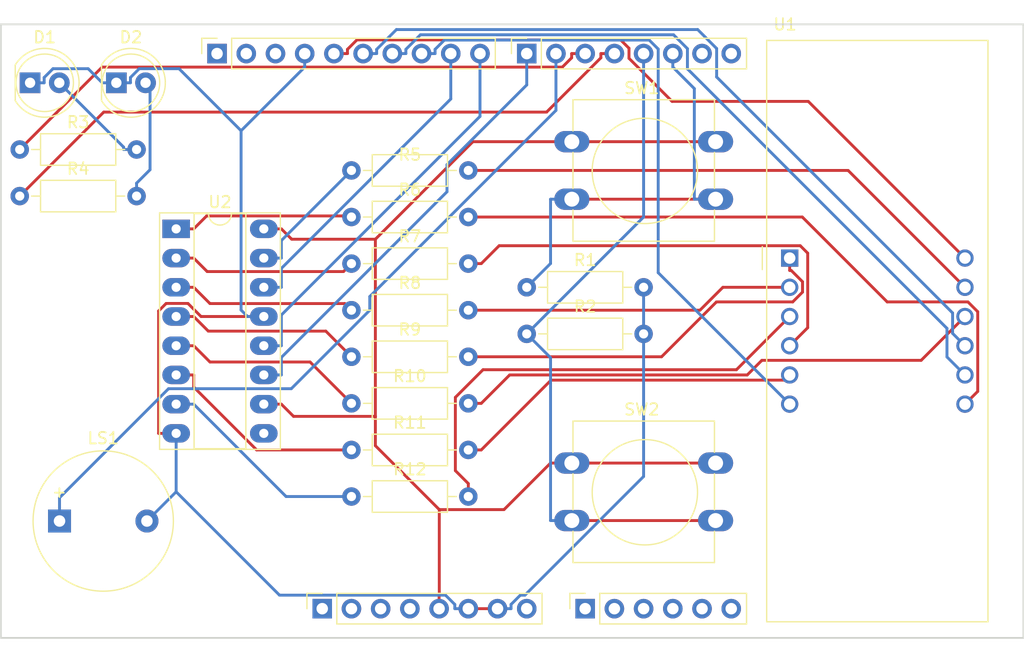
<source format=kicad_pcb>
(kicad_pcb (version 20221018) (generator pcbnew)
  (title_block (date "mar. 31 mars 2015"))
  (layers (0 "F.Cu" signal) (31 "B.Cu" signal) (34 "B.Paste" user) (35 "F.Paste" user) (36 "B.SilkS" user "B.Silkscreen") (37 "F.SilkS" user "F.Silkscreen") (38 "B.Mask" user) (39 "F.Mask" user) (44 "Edge.Cuts" user))
  (net 0 "")
  (net 1 "GND")
  (net 3 "+5V")
  (net 4 "/IOREF")
  (net 5 "/A0")
  (net 6 "/A1")
  (net 7 "/A2")
  (net 8 "/A3")
  (net 9 "/SDA{slash}A4")
  (net 10 "/SCL{slash}A5")
  (net 11 "Net-(D1-A)")
  (net 12 "Net-(D2-A)")
  (net 16 "Dig1")
  (net 17 "Dig2")
  (net 18 "Dig3")
  (net 19 "Dig4")
  (net 20 "DS")
  (net 21 "ST_CP")
  (net 22 "SH_CP")
  (net 23 "/TX{slash}1")
  (net 24 "Buzzer")
  (net 25 "/RX{slash}0")
  (net 26 "+3V3")
  (net 27 "VCC")
  (net 28 "/~{RESET}")
  (net 29 "RED_LED")
  (net 30 "GREEN_LED")
  (net 31 "Button_2")
  (net 32 "Button_1")
  (net 33 "a")
  (net 34 "Net-(U1-a)")
  (net 35 "b")
  (net 36 "Net-(U1-b)")
  (net 37 "c")
  (net 38 "Net-(U1-c)")
  (net 39 "d")
  (net 40 "Net-(U1-d)")
  (net 41 "e")
  (net 42 "Net-(U1-e)")
  (net 43 "f")
  (net 44 "Net-(U1-f)")
  (net 45 "g")
  (net 46 "Net-(U1-g)")
  (net 47 "dp")
  (net 48 "Net-(U1-DPX)")
  (footprint "Connector_PinSocket_2.54mm:PinSocket_1x08_P2.54mm_Vertical" (layer "F.Cu") (at 127.94 97.46 90)
    (fp_text reference "J1" hide)
    (fp_text value "Power")
    (fp_line (start -1.33 1.27) (end -1.33 19.11) (stroke (width 0.12)) (layer "F.SilkS"))
    (fp_line (start -1.33 1.27) (end 1.33 1.27) (stroke (width 0.12)) (layer "F.SilkS"))
    (fp_line (start -1.33 19.11) (end 1.33 19.11) (stroke (width 0.12)) (layer "F.SilkS"))
    (fp_line (start 0 -1.33) (end 1.33 -1.33) (stroke (width 0.12)) (layer "F.SilkS"))
    (fp_line (start 1.33 -1.33) (end 1.33 0) (stroke (width 0.12)) (layer "F.SilkS"))
    (fp_line (start 1.33 1.27) (end 1.33 19.11) (stroke (width 0.12)) (layer "F.SilkS"))
    (pad "1" thru_hole rect locked (at 0 0 90) (size 1.7 1.7) (drill 1) (layers "*.Cu" "*.Mask"))
    (pad "2" thru_hole oval locked (at 0 2.54 90) (size 1.7 1.7) (drill 1) (layers "*.Cu" "*.Mask") (net 4 "/IOREF"))
    (pad "3" thru_hole oval locked (at 0 5.08 90) (size 1.7 1.7) (drill 1) (layers "*.Cu" "*.Mask") (net 28 "/~{RESET}"))
    (pad "4" thru_hole oval locked (at 0 7.62 90) (size 1.7 1.7) (drill 1) (layers "*.Cu" "*.Mask") (net 26 "+3V3"))
    (pad "5" thru_hole oval locked (at 0 10.16 90) (size 1.7 1.7) (drill 1) (layers "*.Cu" "*.Mask") (net 3 "+5V"))
    (pad "6" thru_hole oval locked (at 0 12.7 90) (size 1.7 1.7) (drill 1) (layers "*.Cu" "*.Mask") (net 1 "GND"))
    (pad "7" thru_hole oval locked (at 0 15.24 90) (size 1.7 1.7) (drill 1) (layers "*.Cu" "*.Mask") (net 1 "GND"))
    (pad "8" thru_hole oval locked (at 0 17.78 90) (size 1.7 1.7) (drill 1) (layers "*.Cu" "*.Mask") (net 27 "VCC"))
  )
  (footprint "Connector_PinSocket_2.54mm:PinSocket_1x06_P2.54mm_Vertical" (layer "F.Cu") (at 150.8 97.46 90)
    (fp_text reference "J3" hide)
    (fp_text value "Analog")
    (fp_line (start -1.33 1.27) (end -1.33 14.03) (stroke (width 0.12)) (layer "F.SilkS"))
    (fp_line (start -1.33 1.27) (end 1.33 1.27) (stroke (width 0.12)) (layer "F.SilkS"))
    (fp_line (start -1.33 14.03) (end 1.33 14.03) (stroke (width 0.12)) (layer "F.SilkS"))
    (fp_line (start 0 -1.33) (end 1.33 -1.33) (stroke (width 0.12)) (layer "F.SilkS"))
    (fp_line (start 1.33 -1.33) (end 1.33 0) (stroke (width 0.12)) (layer "F.SilkS"))
    (fp_line (start 1.33 1.27) (end 1.33 14.03) (stroke (width 0.12)) (layer "F.SilkS"))
    (pad "1" thru_hole rect locked (at 0 0 90) (size 1.7 1.7) (drill 1) (layers "*.Cu" "*.Mask") (net 5 "/A0"))
    (pad "2" thru_hole oval locked (at 0 2.54 90) (size 1.7 1.7) (drill 1) (layers "*.Cu" "*.Mask") (net 6 "/A1"))
    (pad "3" thru_hole oval locked (at 0 5.08 90) (size 1.7 1.7) (drill 1) (layers "*.Cu" "*.Mask") (net 7 "/A2"))
    (pad "4" thru_hole oval locked (at 0 7.62 90) (size 1.7 1.7) (drill 1) (layers "*.Cu" "*.Mask") (net 8 "/A3"))
    (pad "5" thru_hole oval locked (at 0 10.16 90) (size 1.7 1.7) (drill 1) (layers "*.Cu" "*.Mask") (net 9 "/SDA{slash}A4"))
    (pad "6" thru_hole oval locked (at 0 12.7 90) (size 1.7 1.7) (drill 1) (layers "*.Cu" "*.Mask") (net 10 "/SCL{slash}A5"))
  )
  (footprint "Connector_PinSocket_2.54mm:PinSocket_1x10_P2.54mm_Vertical" (layer "F.Cu") (at 118.796 49.2 90)
    (fp_text reference "J2" hide)
    (fp_text value "Digital/PWM")
    (fp_line (start -1.33 1.27) (end -1.33 24.19) (stroke (width 0.12)) (layer "F.SilkS"))
    (fp_line (start -1.33 1.27) (end 1.33 1.27) (stroke (width 0.12)) (layer "F.SilkS"))
    (fp_line (start -1.33 24.19) (end 1.33 24.19) (stroke (width 0.12)) (layer "F.SilkS"))
    (fp_line (start 0 -1.33) (end 1.33 -1.33) (stroke (width 0.12)) (layer "F.SilkS"))
    (fp_line (start 1.33 -1.33) (end 1.33 0) (stroke (width 0.12)) (layer "F.SilkS"))
    (fp_line (start 1.33 1.27) (end 1.33 24.19) (stroke (width 0.12)) (layer "F.SilkS"))
    (pad "1" thru_hole rect locked (at 0 0 90) (size 1.7 1.7) (drill 1) (layers "*.Cu" "*.Mask"))
    (pad "2" thru_hole oval locked (at 0 2.54 90) (size 1.7 1.7) (drill 1) (layers "*.Cu" "*.Mask"))
    (pad "3" thru_hole oval locked (at 0 5.08 90) (size 1.7 1.7) (drill 1) (layers "*.Cu" "*.Mask"))
    (pad "4" thru_hole oval locked (at 0 7.62 90) (size 1.7 1.7) (drill 1) (layers "*.Cu" "*.Mask") (net 1 "GND"))
    (pad "5" thru_hole oval locked (at 0 10.16 90) (size 1.7 1.7) (drill 1) (layers "*.Cu" "*.Mask") (net 16 "Dig1"))
    (pad "6" thru_hole oval locked (at 0 12.7 90) (size 1.7 1.7) (drill 1) (layers "*.Cu" "*.Mask") (net 17 "Dig2"))
    (pad "7" thru_hole oval locked (at 0 15.24 90) (size 1.7 1.7) (drill 1) (layers "*.Cu" "*.Mask") (net 18 "Dig3"))
    (pad "8" thru_hole oval locked (at 0 17.78 90) (size 1.7 1.7) (drill 1) (layers "*.Cu" "*.Mask") (net 19 "Dig4"))
    (pad "9" thru_hole oval locked (at 0 20.32 90) (size 1.7 1.7) (drill 1) (layers "*.Cu" "*.Mask") (net 20 "DS"))
    (pad "10" thru_hole oval locked (at 0 22.86 90) (size 1.7 1.7) (drill 1) (layers "*.Cu" "*.Mask") (net 21 "ST_CP"))
  )
  (footprint "Connector_PinSocket_2.54mm:PinSocket_1x08_P2.54mm_Vertical" (layer "F.Cu") (at 145.72 49.2 90)
    (fp_text reference "J4" hide)
    (fp_text value "Digital/PWM")
    (fp_line (start -1.33 1.27) (end -1.33 19.11) (stroke (width 0.12)) (layer "F.SilkS"))
    (fp_line (start -1.33 1.27) (end 1.33 1.27) (stroke (width 0.12)) (layer "F.SilkS"))
    (fp_line (start -1.33 19.11) (end 1.33 19.11) (stroke (width 0.12)) (layer "F.SilkS"))
    (fp_line (start 0 -1.33) (end 1.33 -1.33) (stroke (width 0.12)) (layer "F.SilkS"))
    (fp_line (start 1.33 -1.33) (end 1.33 0) (stroke (width 0.12)) (layer "F.SilkS"))
    (fp_line (start 1.33 1.27) (end 1.33 19.11) (stroke (width 0.12)) (layer "F.SilkS"))
    (pad "1" thru_hole rect locked (at 0 0 90) (size 1.7 1.7) (drill 1) (layers "*.Cu" "*.Mask") (net 22 "SH_CP"))
    (pad "2" thru_hole oval locked (at 0 2.54 90) (size 1.7 1.7) (drill 1) (layers "*.Cu" "*.Mask") (net 24 "Buzzer"))
    (pad "3" thru_hole oval locked (at 0 5.08 90) (size 1.7 1.7) (drill 1) (layers "*.Cu" "*.Mask") (net 29 "RED_LED"))
    (pad "4" thru_hole oval locked (at 0 7.62 90) (size 1.7 1.7) (drill 1) (layers "*.Cu" "*.Mask") (net 30 "GREEN_LED"))
    (pad "5" thru_hole oval locked (at 0 10.16 90) (size 1.7 1.7) (drill 1) (layers "*.Cu" "*.Mask") (net 31 "Button_2"))
    (pad "6" thru_hole oval locked (at 0 12.7 90) (size 1.7 1.7) (drill 1) (layers "*.Cu" "*.Mask") (net 32 "Button_1"))
    (pad "7" thru_hole oval locked (at 0 15.24 90) (size 1.7 1.7) (drill 1) (layers "*.Cu" "*.Mask") (net 23 "/TX{slash}1"))
    (pad "8" thru_hole oval locked (at 0 17.78 90) (size 1.7 1.7) (drill 1) (layers "*.Cu" "*.Mask") (net 25 "/RX{slash}0"))
  )
  (footprint "LED_THT:LED_D5.0mm" (layer "F.Cu") (at 110.04 51.74)
    (fp_text reference "D2" (at 1.27 -3.96) (layer "F.SilkS"))
    (fp_text value "LED")
    (fp_line (start -1.29 -1.545) (end -1.29 1.545) (stroke (width 0.12)) (layer "F.SilkS"))
    (fp_arc (start -1.29 -1.54483) (mid 2.072002 -2.880433) (end 4.26 0.000462) (stroke (width 0.12)) (layer "F.SilkS"))
    (fp_arc (start 4.26 -0.000462) (mid 2.072002 2.880433) (end -1.29 1.54483) (stroke (width 0.12)) (layer "F.SilkS"))
    (fp_circle (center 1.27 0) (end 3.77 0) (stroke (width 0.12)) (fill none) (layer "F.SilkS"))
    (pad "1" thru_hole rect (at 0 0) (size 1.8 1.8) (drill 0.9) (layers "*.Cu" "*.Mask") (net 1 "GND"))
    (pad "2" thru_hole circle (at 2.54 0) (size 1.8 1.8) (drill 0.9) (layers "*.Cu" "*.Mask") (net 12 "Net-(D2-A)"))
  )
  (footprint "Package_DIP:DIP-16_W7.62mm_Socket_LongPads" (layer "F.Cu") (at 115.24 64.44)
    (fp_text reference "U2" (at 3.81 -2.33) (layer "F.SilkS"))
    (fp_text value "74HC595")
    (fp_line (start -1.44 -1.39) (end -1.44 19.17) (stroke (width 0.12)) (layer "F.SilkS"))
    (fp_line (start -1.44 19.17) (end 9.06 19.17) (stroke (width 0.12)) (layer "F.SilkS"))
    (fp_line (start 1.56 -1.33) (end 1.56 19.11) (stroke (width 0.12)) (layer "F.SilkS"))
    (fp_line (start 1.56 19.11) (end 6.06 19.11) (stroke (width 0.12)) (layer "F.SilkS"))
    (fp_line (start 2.81 -1.33) (end 1.56 -1.33) (stroke (width 0.12)) (layer "F.SilkS"))
    (fp_line (start 6.06 -1.33) (end 4.81 -1.33) (stroke (width 0.12)) (layer "F.SilkS"))
    (fp_line (start 6.06 19.11) (end 6.06 -1.33) (stroke (width 0.12)) (layer "F.SilkS"))
    (fp_line (start 9.06 -1.39) (end -1.44 -1.39) (stroke (width 0.12)) (layer "F.SilkS"))
    (fp_line (start 9.06 19.17) (end 9.06 -1.39) (stroke (width 0.12)) (layer "F.SilkS"))
    (fp_arc (start 4.81 -1.33) (mid 3.81 -0.33) (end 2.81 -1.33) (stroke (width 0.12)) (layer "F.SilkS"))
    (pad "1" thru_hole rect (at 0 0) (size 2.4 1.6) (drill 0.8) (layers "*.Cu" "*.Mask") (net 35 "b"))
    (pad "2" thru_hole oval (at 0 2.54) (size 2.4 1.6) (drill 0.8) (layers "*.Cu" "*.Mask") (net 37 "c"))
    (pad "3" thru_hole oval (at 0 5.08) (size 2.4 1.6) (drill 0.8) (layers "*.Cu" "*.Mask") (net 39 "d"))
    (pad "4" thru_hole oval (at 0 7.62) (size 2.4 1.6) (drill 0.8) (layers "*.Cu" "*.Mask") (net 41 "e"))
    (pad "5" thru_hole oval (at 0 10.16) (size 2.4 1.6) (drill 0.8) (layers "*.Cu" "*.Mask") (net 43 "f"))
    (pad "6" thru_hole oval (at 0 12.7) (size 2.4 1.6) (drill 0.8) (layers "*.Cu" "*.Mask") (net 45 "g"))
    (pad "7" thru_hole oval (at 0 15.24) (size 2.4 1.6) (drill 0.8) (layers "*.Cu" "*.Mask") (net 47 "dp"))
    (pad "8" thru_hole oval (at 0 17.78) (size 2.4 1.6) (drill 0.8) (layers "*.Cu" "*.Mask") (net 1 "GND"))
    (pad "9" thru_hole oval (at 7.62 17.78) (size 2.4 1.6) (drill 0.8) (layers "*.Cu" "*.Mask"))
    (pad "10" thru_hole oval (at 7.62 15.24) (size 2.4 1.6) (drill 0.8) (layers "*.Cu" "*.Mask") (net 3 "+5V"))
    (pad "11" thru_hole oval (at 7.62 12.7) (size 2.4 1.6) (drill 0.8) (layers "*.Cu" "*.Mask") (net 22 "SH_CP"))
    (pad "12" thru_hole oval (at 7.62 10.16) (size 2.4 1.6) (drill 0.8) (layers "*.Cu" "*.Mask") (net 21 "ST_CP"))
    (pad "13" thru_hole oval (at 7.62 7.62) (size 2.4 1.6) (drill 0.8) (layers "*.Cu" "*.Mask") (net 1 "GND"))
    (pad "14" thru_hole oval (at 7.62 5.08) (size 2.4 1.6) (drill 0.8) (layers "*.Cu" "*.Mask") (net 20 "DS"))
    (pad "15" thru_hole oval (at 7.62 2.54) (size 2.4 1.6) (drill 0.8) (layers "*.Cu" "*.Mask") (net 33 "a"))
    (pad "16" thru_hole oval (at 7.62 0) (size 2.4 1.6) (drill 0.8) (layers "*.Cu" "*.Mask") (net 3 "+5V"))
  )
  (footprint "Resistor_THT:R_Axial_DIN0207_L6.3mm_D2.5mm_P10.16mm_Horizontal" (layer "F.Cu") (at 130.48 71.51)
    (fp_text reference "R8" (at 5.08 -2.37) (layer "F.SilkS"))
    (fp_text value "100")
    (fp_line (start 1.04 0) (end 1.81 0) (stroke (width 0.12)) (layer "F.SilkS"))
    (fp_line (start 1.81 -1.37) (end 1.81 1.37) (stroke (width 0.12)) (layer "F.SilkS"))
    (fp_line (start 1.81 1.37) (end 8.35 1.37) (stroke (width 0.12)) (layer "F.SilkS"))
    (fp_line (start 8.35 -1.37) (end 1.81 -1.37) (stroke (width 0.12)) (layer "F.SilkS"))
    (fp_line (start 8.35 1.37) (end 8.35 -1.37) (stroke (width 0.12)) (layer "F.SilkS"))
    (fp_line (start 9.12 0) (end 8.35 0) (stroke (width 0.12)) (layer "F.SilkS"))
    (pad "1" thru_hole circle (at 0 0) (size 1.6 1.6) (drill 0.8) (layers "*.Cu" "*.Mask") (net 39 "d"))
    (pad "2" thru_hole oval (at 10.16 0) (size 1.6 1.6) (drill 0.8) (layers "*.Cu" "*.Mask") (net 40 "Net-(U1-d)"))
  )
  (footprint "Resistor_THT:R_Axial_DIN0207_L6.3mm_D2.5mm_P10.16mm_Horizontal" (layer "F.Cu") (at 130.48 59.36)
    (fp_text reference "R5" (at 5.08 -1.37) (layer "F.SilkS"))
    (fp_text value "100")
    (fp_line (start 1.04 0) (end 1.81 0) (stroke (width 0.12)) (layer "F.SilkS"))
    (fp_line (start 1.81 -1.37) (end 1.81 1.37) (stroke (width 0.12)) (layer "F.SilkS"))
    (fp_line (start 1.81 1.37) (end 8.35 1.37) (stroke (width 0.12)) (layer "F.SilkS"))
    (fp_line (start 8.35 -1.37) (end 1.81 -1.37) (stroke (width 0.12)) (layer "F.SilkS"))
    (fp_line (start 8.35 1.37) (end 8.35 -1.37) (stroke (width 0.12)) (layer "F.SilkS"))
    (fp_line (start 9.12 0) (end 8.35 0) (stroke (width 0.12)) (layer "F.SilkS"))
    (pad "1" thru_hole circle (at 0 0) (size 1.6 1.6) (drill 0.8) (layers "*.Cu" "*.Mask") (net 33 "a"))
    (pad "2" thru_hole oval (at 10.16 0) (size 1.6 1.6) (drill 0.8) (layers "*.Cu" "*.Mask") (net 34 "Net-(U1-a)"))
  )
  (footprint "LED_THT:LED_D5.0mm" (layer "F.Cu") (at 102.54 51.74)
    (fp_text reference "D1" (at 1.27 -3.96) (layer "F.SilkS"))
    (fp_text value "LED")
    (fp_line (start -1.29 -1.545) (end -1.29 1.545) (stroke (width 0.12)) (layer "F.SilkS"))
    (fp_arc (start -1.29 -1.54483) (mid 2.072002 -2.880433) (end 4.26 0.000462) (stroke (width 0.12)) (layer "F.SilkS"))
    (fp_arc (start 4.26 -0.000462) (mid 2.072002 2.880433) (end -1.29 1.54483) (stroke (width 0.12)) (layer "F.SilkS"))
    (fp_circle (center 1.27 0) (end 3.77 0) (stroke (width 0.12)) (fill none) (layer "F.SilkS"))
    (pad "1" thru_hole rect (at 0 0) (size 1.8 1.8) (drill 0.9) (layers "*.Cu" "*.Mask") (net 1 "GND"))
    (pad "2" thru_hole circle (at 2.54 0) (size 1.8 1.8) (drill 0.9) (layers "*.Cu" "*.Mask") (net 11 "Net-(D1-A)"))
  )
  (footprint "Resistor_THT:R_Axial_DIN0207_L6.3mm_D2.5mm_P10.16mm_Horizontal" (layer "F.Cu") (at 145.72 69.52)
    (fp_text reference "R1" (at 5.08 -2.37) (layer "F.SilkS"))
    (fp_text value "10k")
    (fp_line (start 1.04 0) (end 1.81 0) (stroke (width 0.12)) (layer "F.SilkS"))
    (fp_line (start 1.81 -1.37) (end 1.81 1.37) (stroke (width 0.12)) (layer "F.SilkS"))
    (fp_line (start 1.81 1.37) (end 8.35 1.37) (stroke (width 0.12)) (layer "F.SilkS"))
    (fp_line (start 8.35 -1.37) (end 1.81 -1.37) (stroke (width 0.12)) (layer "F.SilkS"))
    (fp_line (start 8.35 1.37) (end 8.35 -1.37) (stroke (width 0.12)) (layer "F.SilkS"))
    (fp_line (start 9.12 0) (end 8.35 0) (stroke (width 0.12)) (layer "F.SilkS"))
    (pad "1" thru_hole circle (at 0 0) (size 1.6 1.6) (drill 0.8) (layers "*.Cu" "*.Mask") (net 32 "Button_1"))
    (pad "2" thru_hole oval (at 10.16 0) (size 1.6 1.6) (drill 0.8) (layers "*.Cu" "*.Mask") (net 1 "GND"))
  )
  (footprint "Buzzer_Beeper:Buzzer_12x9.5RM7.6" (layer "F.Cu") (at 105.1 89.84)
    (fp_text reference "LS1" (at 3.8 -7.2) (layer "F.SilkS"))
    (fp_text value "Speaker")
    (fp_text user "+" (at -0.01 -2.54) (layer "F.SilkS"))
    (fp_circle (center 3.8 0) (end 9.9 0) (stroke (width 0.12)) (fill none) (layer "F.SilkS"))
    (pad "1" thru_hole rect (at 0 0) (size 2 2) (drill 1) (layers "*.Cu" "*.Mask") (net 24 "Buzzer"))
    (pad "2" thru_hole circle (at 7.6 0) (size 2 2) (drill 1) (layers "*.Cu" "*.Mask") (net 1 "GND"))
  )
  (footprint "Resistor_THT:R_Axial_DIN0207_L6.3mm_D2.5mm_P10.16mm_Horizontal" (layer "F.Cu") (at 145.72 73.57)
    (fp_text reference "R2" (at 5.08 -2.37) (layer "F.SilkS"))
    (fp_text value "10k")
    (fp_line (start 1.04 0) (end 1.81 0) (stroke (width 0.12)) (layer "F.SilkS"))
    (fp_line (start 1.81 -1.37) (end 1.81 1.37) (stroke (width 0.12)) (layer "F.SilkS"))
    (fp_line (start 1.81 1.37) (end 8.35 1.37) (stroke (width 0.12)) (layer "F.SilkS"))
    (fp_line (start 8.35 -1.37) (end 1.81 -1.37) (stroke (width 0.12)) (layer "F.SilkS"))
    (fp_line (start 8.35 1.37) (end 8.35 -1.37) (stroke (width 0.12)) (layer "F.SilkS"))
    (fp_line (start 9.12 0) (end 8.35 0) (stroke (width 0.12)) (layer "F.SilkS"))
    (pad "1" thru_hole circle (at 0 0) (size 1.6 1.6) (drill 0.8) (layers "*.Cu" "*.Mask") (net 31 "Button_2"))
    (pad "2" thru_hole oval (at 10.16 0) (size 1.6 1.6) (drill 0.8) (layers "*.Cu" "*.Mask") (net 1 "GND"))
  )
  (footprint "Button_Switch_THT:SW_PUSH-12mm" (layer "F.Cu") (at 149.64 56.86)
    (fp_text reference "SW1" (at 6.08 -4.66) (layer "F.SilkS"))
    (fp_text value "SW_Push")
    (fp_line (start 0.1 -3.65) (end 12.4 -3.65) (stroke (width 0.12)) (layer "F.SilkS"))
    (fp_line (start 0.1 -0.93) (end 0.1 -3.65) (stroke (width 0.12)) (layer "F.SilkS"))
    (fp_line (start 0.1 4.07) (end 0.1 0.93) (stroke (width 0.12)) (layer "F.SilkS"))
    (fp_line (start 0.1 8.65) (end 0.1 5.93) (stroke (width 0.12)) (layer "F.SilkS"))
    (fp_line (start 12.4 -3.65) (end 12.4 -0.93) (stroke (width 0.12)) (layer "F.SilkS"))
    (fp_line (start 12.4 0.93) (end 12.4 4.07) (stroke (width 0.12)) (layer "F.SilkS"))
    (fp_line (start 12.4 5.93) (end 12.4 8.65) (stroke (width 0.12)) (layer "F.SilkS"))
    (fp_line (start 12.4 8.65) (end 0.1 8.65) (stroke (width 0.12)) (layer "F.SilkS"))
    (fp_circle (center 6.35 2.54) (end 10.16 5.08) (stroke (width 0.12)) (fill none) (layer "F.SilkS"))
    (pad "1" thru_hole oval (at 0 0) (size 3.048 1.85) (drill 1.3) (layers "*.Cu" "*.Mask") (net 3 "+5V"))
    (pad "1" thru_hole oval (at 12.5 0) (size 3.048 1.85) (drill 1.3) (layers "*.Cu" "*.Mask") (net 3 "+5V"))
    (pad "2" thru_hole oval (at 0 5) (size 3.048 1.85) (drill 1.3) (layers "*.Cu" "*.Mask") (net 32 "Button_1"))
    (pad "2" thru_hole oval (at 12.5 5) (size 3.048 1.85) (drill 1.3) (layers "*.Cu" "*.Mask") (net 32 "Button_1"))
  )
  (footprint "Button_Switch_THT:SW_PUSH-12mm" (layer "F.Cu") (at 149.64 84.8)
    (fp_text reference "SW2" (at 6.08 -4.66) (layer "F.SilkS"))
    (fp_text value "SW_Push")
    (fp_line (start 0.1 -3.65) (end 12.4 -3.65) (stroke (width 0.12)) (layer "F.SilkS"))
    (fp_line (start 0.1 -0.93) (end 0.1 -3.65) (stroke (width 0.12)) (layer "F.SilkS"))
    (fp_line (start 0.1 4.07) (end 0.1 0.93) (stroke (width 0.12)) (layer "F.SilkS"))
    (fp_line (start 0.1 8.65) (end 0.1 5.93) (stroke (width 0.12)) (layer "F.SilkS"))
    (fp_line (start 12.4 -3.65) (end 12.4 -0.93) (stroke (width 0.12)) (layer "F.SilkS"))
    (fp_line (start 12.4 0.93) (end 12.4 4.07) (stroke (width 0.12)) (layer "F.SilkS"))
    (fp_line (start 12.4 5.93) (end 12.4 8.65) (stroke (width 0.12)) (layer "F.SilkS"))
    (fp_line (start 12.4 8.65) (end 0.1 8.65) (stroke (width 0.12)) (layer "F.SilkS"))
    (fp_circle (center 6.35 2.54) (end 10.16 5.08) (stroke (width 0.12)) (fill none) (layer "F.SilkS"))
    (pad "1" thru_hole oval (at 0 0) (size 3.048 1.85) (drill 1.3) (layers "*.Cu" "*.Mask") (net 3 "+5V"))
    (pad "1" thru_hole oval (at 12.5 0) (size 3.048 1.85) (drill 1.3) (layers "*.Cu" "*.Mask") (net 3 "+5V"))
    (pad "2" thru_hole oval (at 0 5) (size 3.048 1.85) (drill 1.3) (layers "*.Cu" "*.Mask") (net 31 "Button_2"))
    (pad "2" thru_hole oval (at 12.5 5) (size 3.048 1.85) (drill 1.3) (layers "*.Cu" "*.Mask") (net 31 "Button_2"))
  )
  (footprint "Display_7Segment:CA56-12EWA" (layer "F.Cu") (at 168.58 66.98)
    (fp_text reference "U1" (at -0.4 -20.31) (layer "F.SilkS"))
    (fp_text value "CA56-12EWA")
    (fp_line (start -2.38 -1) (end -2.38 1) (stroke (width 0.12)) (layer "F.SilkS"))
    (fp_line (start -2 -18.92) (end -2 31.62) (stroke (width 0.12)) (layer "F.SilkS"))
    (fp_line (start -2 -18.92) (end 17.24 -18.92) (stroke (width 0.12)) (layer "F.SilkS"))
    (fp_line (start -2 31.62) (end 17.24 31.62) (stroke (width 0.12)) (layer "F.SilkS"))
    (fp_line (start 17.24 31.62) (end 17.24 -18.92) (stroke (width 0.12)) (layer "F.SilkS"))
    (pad "1" thru_hole rect (at 0 0) (size 1.5 1.5) (drill 1) (layers "*.Cu" "*.Mask") (net 42 "Net-(U1-e)"))
    (pad "2" thru_hole circle (at 0 2.54) (size 1.5 1.5) (drill 1) (layers "*.Cu" "*.Mask") (net 40 "Net-(U1-d)"))
    (pad "3" thru_hole circle (at 0 5.08) (size 1.5 1.5) (drill 1) (layers "*.Cu" "*.Mask") (net 48 "Net-(U1-DPX)"))
    (pad "4" thru_hole circle (at 0 7.62) (size 1.5 1.5) (drill 1) (layers "*.Cu" "*.Mask") (net 38 "Net-(U1-c)"))
    (pad "5" thru_hole circle (at 0 10.16) (size 1.5 1.5) (drill 1) (layers "*.Cu" "*.Mask") (net 46 "Net-(U1-g)"))
    (pad "6" thru_hole circle (at 0 12.7) (size 1.5 1.5) (drill 1) (layers "*.Cu" "*.Mask") (net 19 "Dig4"))
    (pad "7" thru_hole circle (at 15.24 12.7) (size 1.5 1.5) (drill 1) (layers "*.Cu" "*.Mask") (net 36 "Net-(U1-b)"))
    (pad "8" thru_hole circle (at 15.24 10.16) (size 1.5 1.5) (drill 1) (layers "*.Cu" "*.Mask") (net 18 "Dig3"))
    (pad "9" thru_hole circle (at 15.24 7.62) (size 1.5 1.5) (drill 1) (layers "*.Cu" "*.Mask") (net 17 "Dig2"))
    (pad "10" thru_hole circle (at 15.24 5.08) (size 1.5 1.5) (drill 1) (layers "*.Cu" "*.Mask") (net 44 "Net-(U1-f)"))
    (pad "11" thru_hole circle (at 15.24 2.54) (size 1.5 1.5) (drill 1) (layers "*.Cu" "*.Mask") (net 34 "Net-(U1-a)"))
    (pad "12" thru_hole circle (at 15.24 0) (size 1.5 1.5) (drill 1) (layers "*.Cu" "*.Mask") (net 16 "Dig1"))
  )
  (footprint "Resistor_THT:R_Axial_DIN0207_L6.3mm_D2.5mm_P10.16mm_Horizontal" (layer "F.Cu") (at 130.48 87.71)
    (fp_text reference "R12" (at 5.08 -2.37) (layer "F.SilkS"))
    (fp_text value "100")
    (fp_line (start 1.04 0) (end 1.81 0) (stroke (width 0.12)) (layer "F.SilkS"))
    (fp_line (start 1.81 -1.37) (end 1.81 1.37) (stroke (width 0.12)) (layer "F.SilkS"))
    (fp_line (start 1.81 1.37) (end 8.35 1.37) (stroke (width 0.12)) (layer "F.SilkS"))
    (fp_line (start 8.35 -1.37) (end 1.81 -1.37) (stroke (width 0.12)) (layer "F.SilkS"))
    (fp_line (start 8.35 1.37) (end 8.35 -1.37) (stroke (width 0.12)) (layer "F.SilkS"))
    (fp_line (start 9.12 0) (end 8.35 0) (stroke (width 0.12)) (layer "F.SilkS"))
    (pad "1" thru_hole circle (at 0 0) (size 1.6 1.6) (drill 0.8) (layers "*.Cu" "*.Mask") (net 47 "dp"))
    (pad "2" thru_hole oval (at 10.16 0) (size 1.6 1.6) (drill 0.8) (layers "*.Cu" "*.Mask") (net 48 "Net-(U1-DPX)"))
  )
  (footprint "Resistor_THT:R_Axial_DIN0207_L6.3mm_D2.5mm_P10.16mm_Horizontal" (layer "F.Cu") (at 130.48 79.61)
    (fp_text reference "R10" (at 5.08 -2.37) (layer "F.SilkS"))
    (fp_text value "100")
    (fp_line (start 1.04 0) (end 1.81 0) (stroke (width 0.12)) (layer "F.SilkS"))
    (fp_line (start 1.81 -1.37) (end 1.81 1.37) (stroke (width 0.12)) (layer "F.SilkS"))
    (fp_line (start 1.81 1.37) (end 8.35 1.37) (stroke (width 0.12)) (layer "F.SilkS"))
    (fp_line (start 8.35 -1.37) (end 1.81 -1.37) (stroke (width 0.12)) (layer "F.SilkS"))
    (fp_line (start 8.35 1.37) (end 8.35 -1.37) (stroke (width 0.12)) (layer "F.SilkS"))
    (fp_line (start 9.12 0) (end 8.35 0) (stroke (width 0.12)) (layer "F.SilkS"))
    (pad "1" thru_hole circle (at 0 0) (size 1.6 1.6) (drill 0.8) (layers "*.Cu" "*.Mask") (net 43 "f"))
    (pad "2" thru_hole oval (at 10.16 0) (size 1.6 1.6) (drill 0.8) (layers "*.Cu" "*.Mask") (net 44 "Net-(U1-f)"))
  )
  (footprint "Resistor_THT:R_Axial_DIN0207_L6.3mm_D2.5mm_P10.16mm_Horizontal" (layer "F.Cu") (at 130.48 75.56)
    (fp_text reference "R9" (at 5.08 -2.37) (layer "F.SilkS"))
    (fp_text value "100")
    (fp_line (start 1.04 0) (end 1.81 0) (stroke (width 0.12)) (layer "F.SilkS"))
    (fp_line (start 1.81 -1.37) (end 1.81 1.37) (stroke (width 0.12)) (layer "F.SilkS"))
    (fp_line (start 1.81 1.37) (end 8.35 1.37) (stroke (width 0.12)) (layer "F.SilkS"))
    (fp_line (start 8.35 -1.37) (end 1.81 -1.37) (stroke (width 0.12)) (layer "F.SilkS"))
    (fp_line (start 8.35 1.37) (end 8.35 -1.37) (stroke (width 0.12)) (layer "F.SilkS"))
    (fp_line (start 9.12 0) (end 8.35 0) (stroke (width 0.12)) (layer "F.SilkS"))
    (pad "1" thru_hole circle (at 0 0) (size 1.6 1.6) (drill 0.8) (layers "*.Cu" "*.Mask") (net 41 "e"))
    (pad "2" thru_hole oval (at 10.16 0) (size 1.6 1.6) (drill 0.8) (layers "*.Cu" "*.Mask") (net 42 "Net-(U1-e)"))
  )
  (footprint "Resistor_THT:R_Axial_DIN0207_L6.3mm_D2.5mm_P10.16mm_Horizontal" (layer "F.Cu") (at 130.48 63.41)
    (fp_text reference "R6" (at 5.08 -2.37) (layer "F.SilkS"))
    (fp_text value "100")
    (fp_line (start 1.04 0) (end 1.81 0) (stroke (width 0.12)) (layer "F.SilkS"))
    (fp_line (start 1.81 -1.37) (end 1.81 1.37) (stroke (width 0.12)) (layer "F.SilkS"))
    (fp_line (start 1.81 1.37) (end 8.35 1.37) (stroke (width 0.12)) (layer "F.SilkS"))
    (fp_line (start 8.35 -1.37) (end 1.81 -1.37) (stroke (width 0.12)) (layer "F.SilkS"))
    (fp_line (start 8.35 1.37) (end 8.35 -1.37) (stroke (width 0.12)) (layer "F.SilkS"))
    (fp_line (start 9.12 0) (end 8.35 0) (stroke (width 0.12)) (layer "F.SilkS"))
    (pad "1" thru_hole circle (at 0 0) (size 1.6 1.6) (drill 0.8) (layers "*.Cu" "*.Mask") (net 35 "b"))
    (pad "2" thru_hole oval (at 10.16 0) (size 1.6 1.6) (drill 0.8) (layers "*.Cu" "*.Mask") (net 36 "Net-(U1-b)"))
  )
  (footprint "Resistor_THT:R_Axial_DIN0207_L6.3mm_D2.5mm_P10.16mm_Horizontal" (layer "F.Cu") (at 101.64 57.54)
    (fp_text reference "R3" (at 5.08 -2.37) (layer "F.SilkS"))
    (fp_text value "330")
    (fp_line (start 1.04 0) (end 1.81 0) (stroke (width 0.12)) (layer "F.SilkS"))
    (fp_line (start 1.81 -1.37) (end 1.81 1.37) (stroke (width 0.12)) (layer "F.SilkS"))
    (fp_line (start 1.81 1.37) (end 8.35 1.37) (stroke (width 0.12)) (layer "F.SilkS"))
    (fp_line (start 8.35 -1.37) (end 1.81 -1.37) (stroke (width 0.12)) (layer "F.SilkS"))
    (fp_line (start 8.35 1.37) (end 8.35 -1.37) (stroke (width 0.12)) (layer "F.SilkS"))
    (fp_line (start 9.12 0) (end 8.35 0) (stroke (width 0.12)) (layer "F.SilkS"))
    (pad "1" thru_hole circle (at 0 0) (size 1.6 1.6) (drill 0.8) (layers "*.Cu" "*.Mask") (net 29 "RED_LED"))
    (pad "2" thru_hole oval (at 10.16 0) (size 1.6 1.6) (drill 0.8) (layers "*.Cu" "*.Mask") (net 11 "Net-(D1-A)"))
  )
  (footprint "Resistor_THT:R_Axial_DIN0207_L6.3mm_D2.5mm_P10.16mm_Horizontal" (layer "F.Cu") (at 130.48 67.46)
    (fp_text reference "R7" (at 5.08 -2.37) (layer "F.SilkS"))
    (fp_text value "100")
    (fp_line (start 1.04 0) (end 1.81 0) (stroke (width 0.12)) (layer "F.SilkS"))
    (fp_line (start 1.81 -1.37) (end 1.81 1.37) (stroke (width 0.12)) (layer "F.SilkS"))
    (fp_line (start 1.81 1.37) (end 8.35 1.37) (stroke (width 0.12)) (layer "F.SilkS"))
    (fp_line (start 8.35 -1.37) (end 1.81 -1.37) (stroke (width 0.12)) (layer "F.SilkS"))
    (fp_line (start 8.35 1.37) (end 8.35 -1.37) (stroke (width 0.12)) (layer "F.SilkS"))
    (fp_line (start 9.12 0) (end 8.35 0) (stroke (width 0.12)) (layer "F.SilkS"))
    (pad "1" thru_hole circle (at 0 0) (size 1.6 1.6) (drill 0.8) (layers "*.Cu" "*.Mask") (net 37 "c"))
    (pad "2" thru_hole oval (at 10.16 0) (size 1.6 1.6) (drill 0.8) (layers "*.Cu" "*.Mask") (net 38 "Net-(U1-c)"))
  )
  (footprint "Resistor_THT:R_Axial_DIN0207_L6.3mm_D2.5mm_P10.16mm_Horizontal" (layer "F.Cu") (at 130.48 83.66)
    (fp_text reference "R11" (at 5.08 -2.37) (layer "F.SilkS"))
    (fp_text value "100")
    (fp_line (start 1.04 0) (end 1.81 0) (stroke (width 0.12)) (layer "F.SilkS"))
    (fp_line (start 1.81 -1.37) (end 1.81 1.37) (stroke (width 0.12)) (layer "F.SilkS"))
    (fp_line (start 1.81 1.37) (end 8.35 1.37) (stroke (width 0.12)) (layer "F.SilkS"))
    (fp_line (start 8.35 -1.37) (end 1.81 -1.37) (stroke (width 0.12)) (layer "F.SilkS"))
    (fp_line (start 8.35 1.37) (end 8.35 -1.37) (stroke (width 0.12)) (layer "F.SilkS"))
    (fp_line (start 9.12 0) (end 8.35 0) (stroke (width 0.12)) (layer "F.SilkS"))
    (pad "1" thru_hole circle (at 0 0) (size 1.6 1.6) (drill 0.8) (layers "*.Cu" "*.Mask") (net 45 "g"))
    (pad "2" thru_hole oval (at 10.16 0) (size 1.6 1.6) (drill 0.8) (layers "*.Cu" "*.Mask") (net 46 "Net-(U1-g)"))
  )
  (footprint "Resistor_THT:R_Axial_DIN0207_L6.3mm_D2.5mm_P10.16mm_Horizontal" (layer "F.Cu") (at 101.64 61.59)
    (fp_text reference "R4" (at 5.08 -2.37) (layer "F.SilkS"))
    (fp_text value "330")
    (fp_line (start 1.04 0) (end 1.81 0) (stroke (width 0.12)) (layer "F.SilkS"))
    (fp_line (start 1.81 -1.37) (end 1.81 1.37) (stroke (width 0.12)) (layer "F.SilkS"))
    (fp_line (start 1.81 1.37) (end 8.35 1.37) (stroke (width 0.12)) (layer "F.SilkS"))
    (fp_line (start 8.35 -1.37) (end 1.81 -1.37) (stroke (width 0.12)) (layer "F.SilkS"))
    (fp_line (start 8.35 1.37) (end 8.35 -1.37) (stroke (width 0.12)) (layer "F.SilkS"))
    (fp_line (start 9.12 0) (end 8.35 0) (stroke (width 0.12)) (layer "F.SilkS"))
    (pad "1" thru_hole circle (at 0 0) (size 1.6 1.6) (drill 0.8) (layers "*.Cu" "*.Mask") (net 30 "GREEN_LED"))
    (pad "2" thru_hole oval (at 10.16 0) (size 1.6 1.6) (drill 0.8) (layers "*.Cu" "*.Mask") (net 12 "Net-(D2-A)"))
  )
  (gr_rect (start 100 46.66) (end 188.9 100) (stroke (width 0.15)) (fill none) (layer "Edge.Cuts"))
  (segment (start 117.4022 72.06) (end 122.86 72.06) (width 0.25) (layer "F.Cu") (net 1))
  (segment (start 143.18 97.46) (end 140.64 97.46) (width 0.25) (layer "F.Cu") (net 1))
  (segment (start 116.2649 70.9227) (end 117.4022 72.06) (width 0.25) (layer "F.Cu") (net 1))
  (segment (start 113.7147 71.578) (end 114.37 70.9227) (width 0.25) (layer "F.Cu") (net 1))
  (segment (start 114.37 70.9227) (end 116.2649 70.9227) (width 0.25) (layer "F.Cu") (net 1))
  (segment (start 113.7147 82.22) (end 113.7147 71.578) (width 0.25) (layer "F.Cu") (net 1))
  (segment (start 115.24 82.22) (end 113.7147 82.22) (width 0.25) (layer "F.Cu") (net 1))
  (segment (start 102.54 51.74) (end 103.7653 51.74) (width 0.25) (layer "B.Cu") (net 1))
  (segment (start 126.416 50.3753) (end 120.8844 55.9069) (width 0.25) (layer "B.Cu") (net 1))
  (segment (start 155.88 85.9677) (end 155.88 73.57) (width 0.25) (layer "B.Cu") (net 1))
  (segment (start 126.416 49.2) (end 126.416 50.3753) (width 0.25) (layer "B.Cu") (net 1))
  (segment (start 120.8844 55.9069) (end 120.8844 71.4971) (width 0.25) (layer "B.Cu") (net 1))
  (segment (start 104.5311 50.5147) (end 107.5894 50.5147) (width 0.25) (layer "B.Cu") (net 1))
  (segment (start 139.4647 97.0926) (end 138.6568 96.2847) (width 0.25) (layer "B.Cu") (net 1))
  (segment (start 124.2247 96.2847) (end 115.24 87.3) (width 0.25) (layer "B.Cu") (net 1))
  (segment (start 144.3553 97.0926) (end 145.1632 96.2847) (width 0.25) (layer "B.Cu") (net 1))
  (segment (start 112.7 89.84) (end 115.24 87.3) (width 0.25) (layer "B.Cu") (net 1))
  (segment (start 122.86 72.06) (end 121.4473 72.06) (width 0.25) (layer "B.Cu") (net 1))
  (segment (start 111.2653 51.2804) (end 111.2653 51.74) (width 0.25) (layer "B.Cu") (net 1))
  (segment (start 143.18 97.46) (end 144.3553 97.46) (width 0.25) (layer "B.Cu") (net 1))
  (segment (start 115.24 87.3) (end 115.24 82.22) (width 0.25) (layer "B.Cu") (net 1))
  (segment (start 138.6568 96.2847) (end 124.2247 96.2847) (width 0.25) (layer "B.Cu") (net 1))
  (segment (start 155.88 73.57) (end 155.88 69.52) (width 0.25) (layer "B.Cu") (net 1))
  (segment (start 115.4922 50.5147) (end 112.031 50.5147) (width 0.25) (layer "B.Cu") (net 1))
  (segment (start 120.8844 71.4971) (end 121.4473 72.06) (width 0.25) (layer "B.Cu") (net 1))
  (segment (start 145.563 96.2847) (end 155.88 85.9677) (width 0.25) (layer "B.Cu") (net 1))
  (segment (start 107.5894 50.5147) (end 108.8147 51.74) (width 0.25) (layer "B.Cu") (net 1))
  (segment (start 145.1632 96.2847) (end 145.563 96.2847) (width 0.25) (layer "B.Cu") (net 1))
  (segment (start 140.64 97.46) (end 139.4647 97.46) (width 0.25) (layer "B.Cu") (net 1))
  (segment (start 110.04 51.74) (end 111.2653 51.74) (width 0.25) (layer "B.Cu") (net 1))
  (segment (start 112.031 50.5147) (end 111.2653 51.2804) (width 0.25) (layer "B.Cu") (net 1))
  (segment (start 120.8844 55.9069) (end 115.4922 50.5147) (width 0.25) (layer "B.Cu") (net 1))
  (segment (start 139.4647 97.46) (end 139.4647 97.0926) (width 0.25) (layer "B.Cu") (net 1))
  (segment (start 110.04 51.74) (end 108.8147 51.74) (width 0.25) (layer "B.Cu") (net 1))
  (segment (start 103.7653 51.74) (end 103.7653 51.2805) (width 0.25) (layer "B.Cu") (net 1))
  (segment (start 103.7653 51.2805) (end 104.5311 50.5147) (width 0.25) (layer "B.Cu") (net 1))
  (segment (start 144.3553 97.46) (end 144.3553 97.0926) (width 0.25) (layer "B.Cu") (net 1))
  (segment (start 132.5599 80.7409) (end 132.5599 65.3402) (width 0.25) (layer "F.Cu") (net 3))
  (segment (start 162.14 84.8) (end 149.64 84.8) (width 0.25) (layer "F.Cu") (net 3))
  (segment (start 138.1173 88.8479) (end 138.1173 96.2674) (width 0.25) (layer "F.Cu") (net 3))
  (segment (start 138.1 97.46) (end 138.1 96.2847) (width 0.25) (layer "F.Cu") (net 3))
  (segment (start 138.1173 96.2674) (end 138.1 96.2847) (width 0.25) (layer "F.Cu") (net 3))
  (segment (start 125.2855 65.3402) (end 124.3853 64.44) (width 0.25) (layer "F.Cu") (net 3))
  (segment (start 138.1173 88.8479) (end 143.7428 88.8479) (width 0.25) (layer "F.Cu") (net 3))
  (segment (start 124.3853 79.68) (end 125.4462 80.7409) (width 0.25) (layer "F.Cu") (net 3))
  (segment (start 122.86 64.44) (end 124.3853 64.44) (width 0.25) (layer "F.Cu") (net 3))
  (segment (start 132.5599 83.2905) (end 138.1173 88.8479) (width 0.25) (layer "F.Cu") (net 3))
  (segment (start 162.14 56.86) (end 149.64 56.86) (width 0.25) (layer "F.Cu") (net 3))
  (segment (start 122.86 79.68) (end 124.3853 79.68) (width 0.25) (layer "F.Cu") (net 3))
  (segment (start 149.64 84.8) (end 147.7907 84.8) (width 0.25) (layer "F.Cu") (net 3))
  (segment (start 132.5599 65.3402) (end 125.2855 65.3402) (width 0.25) (layer "F.Cu") (net 3))
  (segment (start 132.5599 80.7409) (end 132.5599 83.2905) (width 0.25) (layer "F.Cu") (net 3))
  (segment (start 149.64 56.86) (end 141.0401 56.86) (width 0.25) (layer "F.Cu") (net 3))
  (segment (start 143.7428 88.8479) (end 147.7907 84.8) (width 0.25) (layer "F.Cu") (net 3))
  (segment (start 125.4462 80.7409) (end 132.5599 80.7409) (width 0.25) (layer "F.Cu") (net 3))
  (segment (start 141.0401 56.86) (end 132.5599 65.3402) (width 0.25) (layer "F.Cu") (net 3))
  (segment (start 111.8 57.54) (end 110.6747 57.54) (width 0.25) (layer "B.Cu") (net 11))
  (segment (start 110.6747 57.3347) (end 105.08 51.74) (width 0.25) (layer "B.Cu") (net 11))
  (segment (start 110.6747 57.54) (end 110.6747 57.3347) (width 0.25) (layer "B.Cu") (net 11))
  (segment (start 111.8 61.59) (end 111.8 60.4647) (width 0.25) (layer "B.Cu") (net 12))
  (segment (start 112.9706 59.2941) (end 112.9706 52.1306) (width 0.25) (layer "B.Cu") (net 12))
  (segment (start 111.8 60.4647) (end 112.9706 59.2941) (width 0.25) (layer "B.Cu") (net 12))
  (segment (start 112.9706 52.1306) (end 112.58 51.74) (width 0.25) (layer "B.Cu") (net 12))
  (segment (start 128.956 49.2) (end 130.1313 49.2) (width 0.25) (layer "F.Cu") (net 16))
  (segment (start 130.1313 49.2) (end 130.1313 48.8327) (width 0.25) (layer "F.Cu") (net 16))
  (segment (start 130.1313 48.8327) (end 130.9532 48.0108) (width 0.25) (layer "F.Cu") (net 16))
  (segment (start 153.8829 48.0108) (end 154.61 48.7379) (width 0.25) (layer "F.Cu") (net 16))
  (segment (start 158.3559 53.3575) (end 170.1975 53.3575) (width 0.25) (layer "F.Cu") (net 16))
  (segment (start 154.61 49.6116) (end 158.3559 53.3575) (width 0.25) (layer "F.Cu") (net 16))
  (segment (start 130.9532 48.0108) (end 153.8829 48.0108) (width 0.25) (layer "F.Cu") (net 16))
  (segment (start 154.61 48.7379) (end 154.61 49.6116) (width 0.25) (layer "F.Cu") (net 16))
  (segment (start 170.1975 53.3575) (end 183.82 66.98) (width 0.25) (layer "F.Cu") (net 16))
  (segment (start 160.5823 47.1114) (end 134.3926 47.1114) (width 0.25) (layer "B.Cu") (net 17))
  (segment (start 182.7446 73.5246) (end 182.7446 71.7504) (width 0.25) (layer "B.Cu") (net 17))
  (segment (start 162.23 51.2358) (end 162.23 48.7591) (width 0.25) (layer "B.Cu") (net 17))
  (segment (start 162.23 48.7591) (end 160.5823 47.1114) (width 0.25) (layer "B.Cu") (net 17))
  (segment (start 131.496 49.2) (end 132.6713 49.2) (width 0.25) (layer "B.Cu") (net 17))
  (segment (start 132.6713 48.8327) (end 132.6713 49.2) (width 0.25) (layer "B.Cu") (net 17))
  (segment (start 134.3926 47.1114) (end 132.6713 48.8327) (width 0.25) (layer "B.Cu") (net 17))
  (segment (start 183.82 74.6) (end 182.7446 73.5246) (width 0.25) (layer "B.Cu") (net 17))
  (segment (start 182.7446 71.7504) (end 162.23 51.2358) (width 0.25) (layer "B.Cu") (net 17))
  (segment (start 158.4824 47.5656) (end 159.69 48.7732) (width 0.25) (layer "B.Cu") (net 18))
  (segment (start 134.036 49.2) (end 135.2113 49.2) (width 0.25) (layer "B.Cu") (net 18))
  (segment (start 182.2552 75.5752) (end 183.82 77.14) (width 0.25) (layer "B.Cu") (net 18))
  (segment (start 135.2113 49.2) (end 135.2113 48.8327) (width 0.25) (layer "B.Cu") (net 18))
  (segment (start 159.69 48.7732) (end 159.69 50.5256) (width 0.25) (layer "B.Cu") (net 18))
  (segment (start 135.2113 48.8327) (end 136.4784 47.5656) (width 0.25) (layer "B.Cu") (net 18))
  (segment (start 136.4784 47.5656) (end 158.4824 47.5656) (width 0.25) (layer "B.Cu") (net 18))
  (segment (start 159.69 50.5256) (end 182.2552 73.0908) (width 0.25) (layer "B.Cu") (net 18))
  (segment (start 182.2552 73.0908) (end 182.2552 75.5752) (width 0.25) (layer "B.Cu") (net 18))
  (segment (start 157.15 68.25) (end 157.15 48.8064) (width 0.25) (layer "B.Cu") (net 19))
  (segment (start 157.15 48.8064) (end 156.3683 48.0247) (width 0.25) (layer "B.Cu") (net 19))
  (segment (start 137.7513 48.8326) (end 137.7513 49.2) (width 0.25) (layer "B.Cu") (net 19))
  (segment (start 138.5592 48.0247) (end 137.7513 48.8326) (width 0.25) (layer "B.Cu") (net 19))
  (segment (start 156.3683 48.0247) (end 138.5592 48.0247) (width 0.25) (layer "B.Cu") (net 19))
  (segment (start 168.58 79.68) (end 157.15 68.25) (width 0.25) (layer "B.Cu") (net 19))
  (segment (start 136.576 49.2) (end 137.7513 49.2) (width 0.25) (layer "B.Cu") (net 19))
  (segment (start 124.3853 69.52) (end 124.3853 67.8762) (width 0.25) (layer "B.Cu") (net 20))
  (segment (start 122.86 69.52) (end 124.3853 69.52) (width 0.25) (layer "B.Cu") (net 20))
  (segment (start 124.3853 67.8762) (end 139.116 53.1455) (width 0.25) (layer "B.Cu") (net 20))
  (segment (start 139.116 53.1455) (end 139.116 49.2) (width 0.25) (layer "B.Cu") (net 20))
  (segment (start 124.3853 71.9298) (end 141.656 54.6591) (width 0.25) (layer "B.Cu") (net 21))
  (segment (start 122.86 74.6) (end 124.3853 74.6) (width 0.25) (layer "B.Cu") (net 21))
  (segment (start 141.656 54.6591) (end 141.656 49.2) (width 0.25) (layer "B.Cu") (net 21))
  (segment (start 124.3853 74.6) (end 124.3853 71.9298) (width 0.25) (layer "B.Cu") (net 21))
  (segment (start 138.7869 61.2131) (end 124.3853 75.6147) (width 0.25) (layer "B.Cu") (net 22))
  (segment (start 145.72 51.9251) (end 138.7869 58.8582) (width 0.25) (layer "B.Cu") (net 22))
  (segment (start 138.7869 58.8582) (end 138.7869 61.2131) (width 0.25) (layer "B.Cu") (net 22))
  (segment (start 122.86 77.14) (end 124.3853 77.14) (width 0.25) (layer "B.Cu") (net 22))
  (segment (start 124.3853 75.6147) (end 124.3853 77.14) (width 0.25) (layer "B.Cu") (net 22))
  (segment (start 145.72 49.2) (end 145.72 51.9251) (width 0.25) (layer "B.Cu") (net 22))
  (segment (start 105.1 87.8139) (end 114.5778 78.3361) (width 0.25) (layer "B.Cu") (net 24))
  (segment (start 132.0738 70.3247) (end 148.26 54.1385) (width 0.25) (layer "B.Cu") (net 24))
  (segment (start 148.26 54.1385) (end 148.26 49.2) (width 0.25) (layer "B.Cu") (net 24))
  (segment (start 105.1 89.84) (end 105.1 87.8139) (width 0.25) (layer "B.Cu") (net 24))
  (segment (start 132.0738 71.5122) (end 132.0738 70.3247) (width 0.25) (layer "B.Cu") (net 24))
  (segment (start 125.2499 78.3361) (end 132.0738 71.5122) (width 0.25) (layer "B.Cu") (net 24))
  (segment (start 114.5778 78.3361) (end 125.2499 78.3361) (width 0.25) (layer "B.Cu") (net 24))
  (segment (start 108.8047 50.3753) (end 148.8168 50.3753) (width 0.25) (layer "F.Cu") (net 29))
  (segment (start 101.64 57.54) (end 108.8047 50.3753) (width 0.25) (layer "F.Cu") (net 29))
  (segment (start 150.8 49.2) (end 149.6247 49.2) (width 0.25) (layer "F.Cu") (net 29))
  (segment (start 149.6247 49.5674) (end 149.6247 49.2) (width 0.25) (layer "F.Cu") (net 29))
  (segment (start 148.8168 50.3753) (end 149.6247 49.5674) (width 0.25) (layer "F.Cu") (net 29))
  (segment (start 101.64 61.59) (end 108.9427 54.2873) (width 0.25) (layer "F.Cu") (net 30))
  (segment (start 108.9427 54.2873) (end 147.4447 54.2873) (width 0.25) (layer "F.Cu") (net 30))
  (segment (start 153.34 49.2) (end 152.1647 49.2) (width 0.25) (layer "F.Cu") (net 30))
  (segment (start 147.4447 54.2873) (end 152.1647 49.5673) (width 0.25) (layer "F.Cu") (net 30))
  (segment (start 152.1647 49.5673) (end 152.1647 49.2) (width 0.25) (layer "F.Cu") (net 30))
  (segment (start 162.14 89.8) (end 149.64 89.8) (width 0.25) (layer "F.Cu") (net 31))
  (segment (start 155.88 49.2) (end 155.88 63.41) (width 0.25) (layer "B.Cu") (net 31))
  (segment (start 147.7907 89.8) (end 147.7907 75.6407) (width 0.25) (layer "B.Cu") (net 31))
  (segment (start 155.88 63.41) (end 145.72 73.57) (width 0.25) (layer "B.Cu") (net 31))
  (segment (start 149.64 89.8) (end 147.7907 89.8) (width 0.25) (layer "B.Cu") (net 31))
  (segment (start 147.7907 75.6407) (end 145.72 73.57) (width 0.25) (layer "B.Cu") (net 31))
  (segment (start 162.14 61.86) (end 149.64 61.86) (width 0.25) (layer "F.Cu") (net 32))
  (segment (start 149.64 61.86) (end 147.7907 61.86) (width 0.25) (layer "B.Cu") (net 32))
  (segment (start 162.14 61.86) (end 160.2907 61.86) (width 0.25) (layer "B.Cu") (net 32))
  (segment (start 160.2907 52.246) (end 158.42 50.3753) (width 0.25) (layer "B.Cu") (net 32))
  (segment (start 160.2907 61.86) (end 160.2907 52.246) (width 0.25) (layer "B.Cu") (net 32))
  (segment (start 147.7907 61.86) (end 147.7907 67.4493) (width 0.25) (layer "B.Cu") (net 32))
  (segment (start 147.7907 67.4493) (end 145.72 69.52) (width 0.25) (layer "B.Cu") (net 32))
  (segment (start 158.42 49.2) (end 158.42 50.3753) (width 0.25) (layer "B.Cu") (net 32))
  (segment (start 122.86 66.98) (end 124.3853 66.98) (width 0.25) (layer "B.Cu") (net 33))
  (segment (start 124.3853 65.4547) (end 124.3853 66.98) (width 0.25) (layer "B.Cu") (net 33))
  (segment (start 130.48 59.36) (end 124.3853 65.4547) (width 0.25) (layer "B.Cu") (net 33))
  (segment (start 183.82 69.52) (end 173.66 59.36) (width 0.25) (layer "F.Cu") (net 34))
  (segment (start 173.66 59.36) (end 140.64 59.36) (width 0.25) (layer "F.Cu") (net 34))
  (segment (start 117.8906 63.3147) (end 116.7653 64.44) (width 0.25) (layer "F.Cu") (net 35))
  (segment (start 130.3847 63.3147) (end 117.8906 63.3147) (width 0.25) (layer "F.Cu") (net 35))
  (segment (start 115.24 64.44) (end 116.7653 64.44) (width 0.25) (layer "F.Cu") (net 35))
  (segment (start 130.48 63.41) (end 130.3847 63.3147) (width 0.25) (layer "F.Cu") (net 35))
  (segment (start 169.6786 63.41) (end 140.64 63.41) (width 0.25) (layer "F.Cu") (net 36))
  (segment (start 184.9295 71.6417) (end 184.0778 70.79) (width 0.25) (layer "F.Cu") (net 36))
  (segment (start 184.9295 78.5705) (end 184.9295 71.6417) (width 0.25) (layer "F.Cu") (net 36))
  (segment (start 183.82 79.68) (end 184.9295 78.5705) (width 0.25) (layer "F.Cu") (net 36))
  (segment (start 177.0586 70.79) (end 169.6786 63.41) (width 0.25) (layer "F.Cu") (net 36))
  (segment (start 184.0778 70.79) (end 177.0586 70.79) (width 0.25) (layer "F.Cu") (net 36))
  (segment (start 117.9364 68.1511) (end 116.7653 66.98) (width 0.25) (layer "F.Cu") (net 37))
  (segment (start 129.7889 68.1511) (end 117.9364 68.1511) (width 0.25) (layer "F.Cu") (net 37))
  (segment (start 130.48 67.46) (end 129.7889 68.1511) (width 0.25) (layer "F.Cu") (net 37))
  (segment (start 115.24 66.98) (end 116.7653 66.98) (width 0.25) (layer "F.Cu") (net 37))
  (segment (start 168.58 74.6) (end 170.147 73.033) (width 0.25) (layer "F.Cu") (net 38))
  (segment (start 170.147 73.033) (end 170.147 66.5522) (width 0.25) (layer "F.Cu") (net 38))
  (segment (start 170.147 66.5522) (end 169.4994 65.9046) (width 0.25) (layer "F.Cu") (net 38))
  (segment (start 140.64 67.46) (end 141.7653 67.46) (width 0.25) (layer "F.Cu") (net 38))
  (segment (start 169.4994 65.9046) (end 143.3207 65.9046) (width 0.25) (layer "F.Cu") (net 38))
  (segment (start 143.3207 65.9046) (end 141.7653 67.46) (width 0.25) (layer "F.Cu") (net 38))
  (segment (start 129.9046 70.9346) (end 118.1799 70.9346) (width 0.25) (layer "F.Cu") (net 39))
  (segment (start 115.24 69.52) (end 116.7653 69.52) (width 0.25) (layer "F.Cu") (net 39))
  (segment (start 118.1799 70.9346) (end 116.7653 69.52) (width 0.25) (layer "F.Cu") (net 39))
  (segment (start 130.48 71.51) (end 129.9046 70.9346) (width 0.25) (layer "F.Cu") (net 39))
  (segment (start 162.7734 69.52) (end 160.7834 71.51) (width 0.25) (layer "F.Cu") (net 40))
  (segment (start 168.58 69.52) (end 162.7734 69.52) (width 0.25) (layer "F.Cu") (net 40))
  (segment (start 160.7834 71.51) (end 140.64 71.51) (width 0.25) (layer "F.Cu") (net 40))
  (segment (start 130.48 75.56) (end 128.25 73.33) (width 0.25) (layer "F.Cu") (net 41))
  (segment (start 118.0353 73.33) (end 116.7653 72.06) (width 0.25) (layer "F.Cu") (net 41))
  (segment (start 115.24 72.06) (end 116.7653 72.06) (width 0.25) (layer "F.Cu") (net 41))
  (segment (start 128.25 73.33) (end 118.0353 73.33) (width 0.25) (layer "F.Cu") (net 41))
  (segment (start 169.6966 69.9378) (end 168.8444 70.79) (width 0.25) (layer "F.Cu") (net 42))
  (segment (start 168.58 66.98) (end 168.58 68.0553) (width 0.25) (layer "F.Cu") (net 42))
  (segment (start 162.2132 70.79) (end 157.4432 75.56) (width 0.25) (layer "F.Cu") (net 42))
  (segment (start 157.4432 75.56) (end 140.64 75.56) (width 0.25) (layer "F.Cu") (net 42))
  (segment (start 168.7144 68.0553) (end 169.6966 69.0375) (width 0.25) (layer "F.Cu") (net 42))
  (segment (start 168.8444 70.79) (end 162.2132 70.79) (width 0.25) (layer "F.Cu") (net 42))
  (segment (start 168.58 68.0553) (end 168.7144 68.0553) (width 0.25) (layer "F.Cu") (net 42))
  (segment (start 169.6966 69.0375) (end 169.6966 69.9378) (width 0.25) (layer "F.Cu") (net 42))
  (segment (start 118.1799 76.0146) (end 116.7653 74.6) (width 0.25) (layer "F.Cu") (net 43))
  (segment (start 130.48 79.61) (end 126.8846 76.0146) (width 0.25) (layer "F.Cu") (net 43))
  (segment (start 115.24 74.6) (end 116.7653 74.6) (width 0.25) (layer "F.Cu") (net 43))
  (segment (start 126.8846 76.0146) (end 118.1799 76.0146) (width 0.25) (layer "F.Cu") (net 43))
  (segment (start 166.1615 75.87) (end 164.8915 77.14) (width 0.25) (layer "F.Cu") (net 44))
  (segment (start 180.01 75.87) (end 166.1615 75.87) (width 0.25) (layer "F.Cu") (net 44))
  (segment (start 140.64 79.61) (end 141.7653 79.61) (width 0.25) (layer "F.Cu") (net 44))
  (segment (start 183.82 72.06) (end 180.01 75.87) (width 0.25) (layer "F.Cu") (net 44))
  (segment (start 144.2353 77.14) (end 141.7653 79.61) (width 0.25) (layer "F.Cu") (net 44))
  (segment (start 164.8915 77.14) (end 144.2353 77.14) (width 0.25) (layer "F.Cu") (net 44))
  (segment (start 115.24 77.14) (end 116.7653 77.14) (width 0.25) (layer "F.Cu") (net 45))
  (segment (start 122.2367 83.66) (end 116.7653 78.1886) (width 0.25) (layer "F.Cu") (net 45))
  (segment (start 130.48 83.66) (end 122.2367 83.66) (width 0.25) (layer "F.Cu") (net 45))
  (segment (start 116.7653 78.1886) (end 116.7653 77.14) (width 0.25) (layer "F.Cu") (net 45))
  (segment (start 141.7653 83.66) (end 147.835 77.5903) (width 0.25) (layer "F.Cu") (net 46))
  (segment (start 140.64 83.66) (end 141.7653 83.66) (width 0.25) (layer "F.Cu") (net 46))
  (segment (start 147.835 77.5903) (end 168.1297 77.5903) (width 0.25) (layer "F.Cu") (net 46))
  (segment (start 168.1297 77.5903) (end 168.58 77.14) (width 0.25) (layer "F.Cu") (net 46))
  (segment (start 130.48 87.71) (end 124.7953 87.71) (width 0.25) (layer "B.Cu") (net 47))
  (segment (start 115.24 79.68) (end 116.7653 79.68) (width 0.25) (layer "B.Cu") (net 47))
  (segment (start 124.7953 87.71) (end 116.7653 79.68) (width 0.25) (layer "B.Cu") (net 47))
  (segment (start 139.5147 85.4594) (end 140.64 86.5847) (width 0.25) (layer "F.Cu") (net 48))
  (segment (start 168.58 72.06) (end 163.9546 76.6854) (width 0.25) (layer "F.Cu") (net 48))
  (segment (start 163.9546 76.6854) (end 141.9173 76.6854) (width 0.25) (layer "F.Cu") (net 48))
  (segment (start 139.5147 79.088) (end 139.5147 85.4594) (width 0.25) (layer "F.Cu") (net 48))
  (segment (start 140.64 87.71) (end 140.64 86.5847) (width 0.25) (layer "F.Cu") (net 48))
  (segment (start 141.9173 76.6854) (end 139.5147 79.088) (width 0.25) (layer "F.Cu") (net 48))
)
</source>
